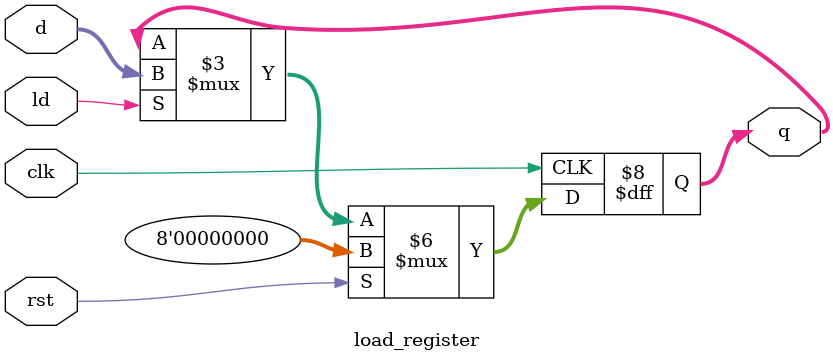
<source format=sv>
module load_register #(
	
	parameter WIDTH = 8 // Default size is 8 bits
)(
	// io
	input logic [WIDTH - 1:0] d,
	input logic rst,
	input logic clk,
	input logic ld,
	output logic [WIDTH - 1:0] q

);

	// sequential
	always_ff @(posedge clk) begin
		if (rst) begin
			q <= '0; //set entire bus to 0
		end else if (ld) begin
			q <= d; //load register with new data at next rising clk edge
		end else begin
			q <= q; //maintain old value of q
		end
	end
	
endmodule
</source>
